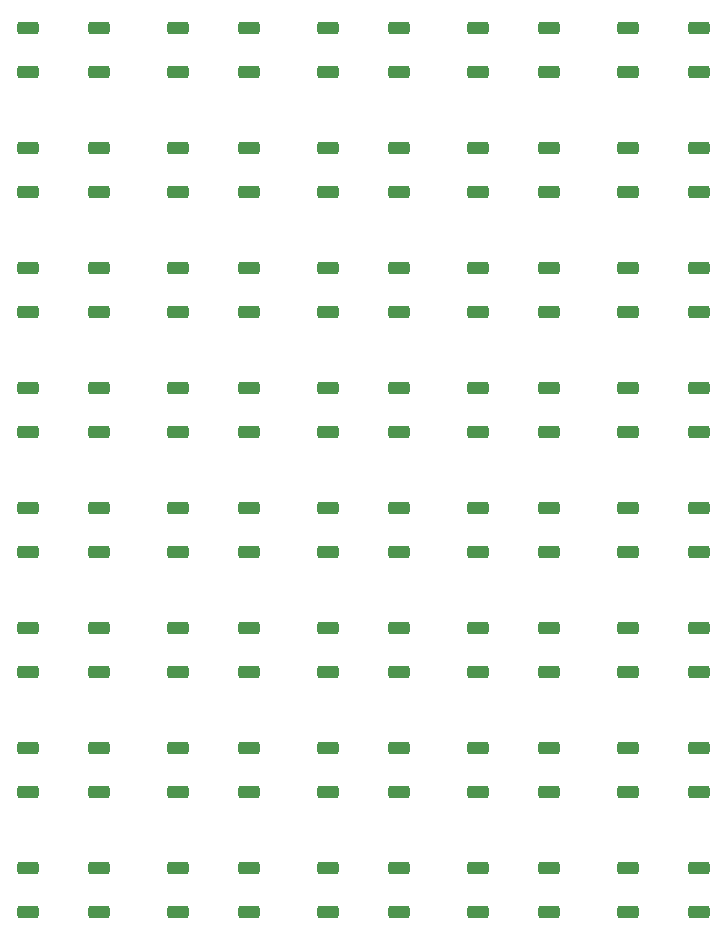
<source format=gbr>
%TF.GenerationSoftware,KiCad,Pcbnew,8.0.4*%
%TF.CreationDate,2024-09-09T09:43:21+10:00*%
%TF.ProjectId,ti45_keyboard,74693435-5f6b-4657-9962-6f6172642e6b,rev?*%
%TF.SameCoordinates,Original*%
%TF.FileFunction,Paste,Top*%
%TF.FilePolarity,Positive*%
%FSLAX46Y46*%
G04 Gerber Fmt 4.6, Leading zero omitted, Abs format (unit mm)*
G04 Created by KiCad (PCBNEW 8.0.4) date 2024-09-09 09:43:21*
%MOMM*%
%LPD*%
G01*
G04 APERTURE LIST*
G04 Aperture macros list*
%AMRoundRect*
0 Rectangle with rounded corners*
0 $1 Rounding radius*
0 $2 $3 $4 $5 $6 $7 $8 $9 X,Y pos of 4 corners*
0 Add a 4 corners polygon primitive as box body*
4,1,4,$2,$3,$4,$5,$6,$7,$8,$9,$2,$3,0*
0 Add four circle primitives for the rounded corners*
1,1,$1+$1,$2,$3*
1,1,$1+$1,$4,$5*
1,1,$1+$1,$6,$7*
1,1,$1+$1,$8,$9*
0 Add four rect primitives between the rounded corners*
20,1,$1+$1,$2,$3,$4,$5,0*
20,1,$1+$1,$4,$5,$6,$7,0*
20,1,$1+$1,$6,$7,$8,$9,0*
20,1,$1+$1,$8,$9,$2,$3,0*%
G04 Aperture macros list end*
%ADD10RoundRect,0.200000X-0.700000X-0.350000X0.700000X-0.350000X0.700000X0.350000X-0.700000X0.350000X0*%
G04 APERTURE END LIST*
D10*
%TO.C,SW1*%
X-28400000Y-5340000D03*
X-22400000Y-5340000D03*
X-28400000Y-9040000D03*
X-22400000Y-9040000D03*
%TD*%
%TO.C,SW27*%
X-15700000Y-56140000D03*
X-9700000Y-56140000D03*
X-15700000Y-59840000D03*
X-9700000Y-59840000D03*
%TD*%
%TO.C,SW7*%
X-15700000Y-15500000D03*
X-9700000Y-15500000D03*
X-15700000Y-19200000D03*
X-9700000Y-19200000D03*
%TD*%
%TO.C,SW34*%
X9700000Y-66300000D03*
X15700000Y-66300000D03*
X9700000Y-70000000D03*
X15700000Y-70000000D03*
%TD*%
%TO.C,SW6*%
X-28400000Y-15500000D03*
X-22400000Y-15500000D03*
X-28400000Y-19200000D03*
X-22400000Y-19200000D03*
%TD*%
%TO.C,SW33*%
X-3000000Y-66300000D03*
X3000000Y-66300000D03*
X-3000000Y-70000000D03*
X3000000Y-70000000D03*
%TD*%
%TO.C,SW17*%
X-15700000Y-35820000D03*
X-9700000Y-35820000D03*
X-15700000Y-39520000D03*
X-9700000Y-39520000D03*
%TD*%
%TO.C,SW2*%
X-15700000Y-5340000D03*
X-9700000Y-5340000D03*
X-15700000Y-9040000D03*
X-9700000Y-9040000D03*
%TD*%
%TO.C,SW28*%
X-3000000Y-56140000D03*
X3000000Y-56140000D03*
X-3000000Y-59840000D03*
X3000000Y-59840000D03*
%TD*%
%TO.C,SW19*%
X9700000Y-35820000D03*
X15700000Y-35820000D03*
X9700000Y-39520000D03*
X15700000Y-39520000D03*
%TD*%
%TO.C,SW8*%
X-3000000Y-15500000D03*
X3000000Y-15500000D03*
X-3000000Y-19200000D03*
X3000000Y-19200000D03*
%TD*%
%TO.C,SW40*%
X22400000Y-76460000D03*
X28400000Y-76460000D03*
X22400000Y-80160000D03*
X28400000Y-80160000D03*
%TD*%
%TO.C,SW39*%
X9700000Y-76460000D03*
X15700000Y-76460000D03*
X9700000Y-80160000D03*
X15700000Y-80160000D03*
%TD*%
%TO.C,SW20*%
X22400000Y-35820000D03*
X28400000Y-35820000D03*
X22400000Y-39520000D03*
X28400000Y-39520000D03*
%TD*%
%TO.C,SW26*%
X-28400000Y-56140000D03*
X-22400000Y-56140000D03*
X-28400000Y-59840000D03*
X-22400000Y-59840000D03*
%TD*%
%TO.C,SW5*%
X22400000Y-5340000D03*
X28400000Y-5340000D03*
X22400000Y-9040000D03*
X28400000Y-9040000D03*
%TD*%
%TO.C,SW15*%
X22400000Y-25660000D03*
X28400000Y-25660000D03*
X22400000Y-29360000D03*
X28400000Y-29360000D03*
%TD*%
%TO.C,SW4*%
X9700000Y-5340000D03*
X15700000Y-5340000D03*
X9700000Y-9040000D03*
X15700000Y-9040000D03*
%TD*%
%TO.C,SW37*%
X-15700000Y-76460000D03*
X-9700000Y-76460000D03*
X-15700000Y-80160000D03*
X-9700000Y-80160000D03*
%TD*%
%TO.C,SW21*%
X-28400000Y-45980000D03*
X-22400000Y-45980000D03*
X-28400000Y-49680000D03*
X-22400000Y-49680000D03*
%TD*%
%TO.C,SW16*%
X-28400000Y-35820000D03*
X-22400000Y-35820000D03*
X-28400000Y-39520000D03*
X-22400000Y-39520000D03*
%TD*%
%TO.C,SW3*%
X-3000000Y-5340000D03*
X3000000Y-5340000D03*
X-3000000Y-9040000D03*
X3000000Y-9040000D03*
%TD*%
%TO.C,SW35*%
X22400000Y-66300000D03*
X28400000Y-66300000D03*
X22400000Y-70000000D03*
X28400000Y-70000000D03*
%TD*%
%TO.C,SW32*%
X-15700000Y-66300000D03*
X-9700000Y-66300000D03*
X-15700000Y-70000000D03*
X-9700000Y-70000000D03*
%TD*%
%TO.C,SW12*%
X-15700000Y-25660000D03*
X-9700000Y-25660000D03*
X-15700000Y-29360000D03*
X-9700000Y-29360000D03*
%TD*%
%TO.C,SW14*%
X9700000Y-25660000D03*
X15700000Y-25660000D03*
X9700000Y-29360000D03*
X15700000Y-29360000D03*
%TD*%
%TO.C,SW24*%
X9700000Y-45980000D03*
X15700000Y-45980000D03*
X9700000Y-49680000D03*
X15700000Y-49680000D03*
%TD*%
%TO.C,SW9*%
X9700000Y-15500000D03*
X15700000Y-15500000D03*
X9700000Y-19200000D03*
X15700000Y-19200000D03*
%TD*%
%TO.C,SW29*%
X9700000Y-56140000D03*
X15700000Y-56140000D03*
X9700000Y-59840000D03*
X15700000Y-59840000D03*
%TD*%
%TO.C,SW36*%
X-28400000Y-76460000D03*
X-22400000Y-76460000D03*
X-28400000Y-80160000D03*
X-22400000Y-80160000D03*
%TD*%
%TO.C,SW22*%
X-15700000Y-45980000D03*
X-9700000Y-45980000D03*
X-15700000Y-49680000D03*
X-9700000Y-49680000D03*
%TD*%
%TO.C,SW11*%
X-28400000Y-25660000D03*
X-22400000Y-25660000D03*
X-28400000Y-29360000D03*
X-22400000Y-29360000D03*
%TD*%
%TO.C,SW25*%
X22400000Y-45980000D03*
X28400000Y-45980000D03*
X22400000Y-49680000D03*
X28400000Y-49680000D03*
%TD*%
%TO.C,SW13*%
X-3000000Y-25660000D03*
X3000000Y-25660000D03*
X-3000000Y-29360000D03*
X3000000Y-29360000D03*
%TD*%
%TO.C,SW30*%
X22400000Y-56140000D03*
X28400000Y-56140000D03*
X22400000Y-59840000D03*
X28400000Y-59840000D03*
%TD*%
%TO.C,SW31*%
X-28400000Y-66300000D03*
X-22400000Y-66300000D03*
X-28400000Y-70000000D03*
X-22400000Y-70000000D03*
%TD*%
%TO.C,SW10*%
X22400000Y-15500000D03*
X28400000Y-15500000D03*
X22400000Y-19200000D03*
X28400000Y-19200000D03*
%TD*%
%TO.C,SW38*%
X-3000000Y-76460000D03*
X3000000Y-76460000D03*
X-3000000Y-80160000D03*
X3000000Y-80160000D03*
%TD*%
%TO.C,SW23*%
X-3000000Y-45980000D03*
X3000000Y-45980000D03*
X-3000000Y-49680000D03*
X3000000Y-49680000D03*
%TD*%
%TO.C,SW18*%
X-3000000Y-35820000D03*
X3000000Y-35820000D03*
X-3000000Y-39520000D03*
X3000000Y-39520000D03*
%TD*%
M02*

</source>
